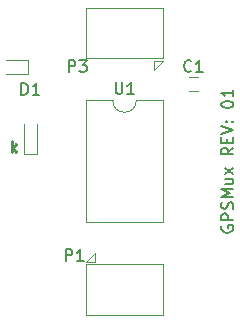
<source format=gbr>
G04 #@! TF.GenerationSoftware,KiCad,Pcbnew,(5.1.9)-1*
G04 #@! TF.CreationDate,2021-05-12T21:32:52+02:00*
G04 #@! TF.ProjectId,GPSMux,4750534d-7578-42e6-9b69-6361645f7063,01*
G04 #@! TF.SameCoordinates,Original*
G04 #@! TF.FileFunction,Legend,Top*
G04 #@! TF.FilePolarity,Positive*
%FSLAX46Y46*%
G04 Gerber Fmt 4.6, Leading zero omitted, Abs format (unit mm)*
G04 Created by KiCad (PCBNEW (5.1.9)-1) date 2021-05-12 21:32:52*
%MOMM*%
%LPD*%
G01*
G04 APERTURE LIST*
%ADD10C,0.250000*%
%ADD11C,0.150000*%
%ADD12C,0.120000*%
%ADD13C,0.100000*%
G04 APERTURE END LIST*
D10*
X123433333Y-52252380D02*
X123433333Y-51252380D01*
X123528571Y-51871428D02*
X123814285Y-52252380D01*
X123814285Y-51585714D02*
X123433333Y-51966666D01*
D11*
X141250000Y-58476190D02*
X141202380Y-58571428D01*
X141202380Y-58714285D01*
X141250000Y-58857142D01*
X141345238Y-58952380D01*
X141440476Y-59000000D01*
X141630952Y-59047619D01*
X141773809Y-59047619D01*
X141964285Y-59000000D01*
X142059523Y-58952380D01*
X142154761Y-58857142D01*
X142202380Y-58714285D01*
X142202380Y-58619047D01*
X142154761Y-58476190D01*
X142107142Y-58428571D01*
X141773809Y-58428571D01*
X141773809Y-58619047D01*
X142202380Y-58000000D02*
X141202380Y-58000000D01*
X141202380Y-57619047D01*
X141250000Y-57523809D01*
X141297619Y-57476190D01*
X141392857Y-57428571D01*
X141535714Y-57428571D01*
X141630952Y-57476190D01*
X141678571Y-57523809D01*
X141726190Y-57619047D01*
X141726190Y-58000000D01*
X142154761Y-57047619D02*
X142202380Y-56904761D01*
X142202380Y-56666666D01*
X142154761Y-56571428D01*
X142107142Y-56523809D01*
X142011904Y-56476190D01*
X141916666Y-56476190D01*
X141821428Y-56523809D01*
X141773809Y-56571428D01*
X141726190Y-56666666D01*
X141678571Y-56857142D01*
X141630952Y-56952380D01*
X141583333Y-57000000D01*
X141488095Y-57047619D01*
X141392857Y-57047619D01*
X141297619Y-57000000D01*
X141250000Y-56952380D01*
X141202380Y-56857142D01*
X141202380Y-56619047D01*
X141250000Y-56476190D01*
X142202380Y-56047619D02*
X141202380Y-56047619D01*
X141916666Y-55714285D01*
X141202380Y-55380952D01*
X142202380Y-55380952D01*
X141535714Y-54476190D02*
X142202380Y-54476190D01*
X141535714Y-54904761D02*
X142059523Y-54904761D01*
X142154761Y-54857142D01*
X142202380Y-54761904D01*
X142202380Y-54619047D01*
X142154761Y-54523809D01*
X142107142Y-54476190D01*
X142202380Y-54095238D02*
X141535714Y-53571428D01*
X141535714Y-54095238D02*
X142202380Y-53571428D01*
X142202380Y-51857142D02*
X141726190Y-52190476D01*
X142202380Y-52428571D02*
X141202380Y-52428571D01*
X141202380Y-52047619D01*
X141250000Y-51952380D01*
X141297619Y-51904761D01*
X141392857Y-51857142D01*
X141535714Y-51857142D01*
X141630952Y-51904761D01*
X141678571Y-51952380D01*
X141726190Y-52047619D01*
X141726190Y-52428571D01*
X141678571Y-51428571D02*
X141678571Y-51095238D01*
X142202380Y-50952380D02*
X142202380Y-51428571D01*
X141202380Y-51428571D01*
X141202380Y-50952380D01*
X141202380Y-50666666D02*
X142202380Y-50333333D01*
X141202380Y-50000000D01*
X142107142Y-49666666D02*
X142154761Y-49619047D01*
X142202380Y-49666666D01*
X142154761Y-49714285D01*
X142107142Y-49666666D01*
X142202380Y-49666666D01*
X141583333Y-49666666D02*
X141630952Y-49619047D01*
X141678571Y-49666666D01*
X141630952Y-49714285D01*
X141583333Y-49666666D01*
X141678571Y-49666666D01*
X141202380Y-48238095D02*
X141202380Y-48142857D01*
X141250000Y-48047619D01*
X141297619Y-48000000D01*
X141392857Y-47952380D01*
X141583333Y-47904761D01*
X141821428Y-47904761D01*
X142011904Y-47952380D01*
X142107142Y-48000000D01*
X142154761Y-48047619D01*
X142202380Y-48142857D01*
X142202380Y-48238095D01*
X142154761Y-48333333D01*
X142107142Y-48380952D01*
X142011904Y-48428571D01*
X141821428Y-48476190D01*
X141583333Y-48476190D01*
X141392857Y-48428571D01*
X141297619Y-48380952D01*
X141250000Y-48333333D01*
X141202380Y-48238095D01*
X142202380Y-46952380D02*
X142202380Y-47523809D01*
X142202380Y-47238095D02*
X141202380Y-47238095D01*
X141345238Y-47333333D01*
X141440476Y-47428571D01*
X141488095Y-47523809D01*
D12*
X124800000Y-44400000D02*
X123000000Y-44400000D01*
X124800000Y-45600000D02*
X124800000Y-44400000D01*
X123000000Y-45600000D02*
X124800000Y-45600000D01*
X138480000Y-45900000D02*
X139180000Y-45900000D01*
X139180000Y-47100000D02*
X138480000Y-47100000D01*
X132000000Y-47860000D02*
X129765000Y-47860000D01*
X129765000Y-47860000D02*
X129765000Y-58140000D01*
X129765000Y-58140000D02*
X136235000Y-58140000D01*
X136235000Y-58140000D02*
X136235000Y-47860000D01*
X136235000Y-47860000D02*
X134000000Y-47860000D01*
X134000000Y-47860000D02*
G75*
G02*
X132000000Y-47860000I-1000000J0D01*
G01*
X124450000Y-52430000D02*
X125550000Y-52430000D01*
X125550000Y-52430000D02*
X125550000Y-49830000D01*
X124450000Y-52430000D02*
X124450000Y-49830000D01*
D13*
X129750000Y-61750000D02*
X136250000Y-61750000D01*
X136250000Y-61750000D02*
X136250000Y-66000000D01*
X136250000Y-66000000D02*
X129750000Y-66000000D01*
X129750000Y-66000000D02*
X129750000Y-61750000D01*
X130500000Y-61500000D02*
X130500000Y-60750000D01*
X130500000Y-61500000D02*
X129750000Y-61500000D01*
X130500000Y-60750000D02*
X129750000Y-61500000D01*
X136250000Y-44250000D02*
X129750000Y-44250000D01*
X129750000Y-44250000D02*
X129750000Y-40000000D01*
X129750000Y-40000000D02*
X136250000Y-40000000D01*
X136250000Y-40000000D02*
X136250000Y-44250000D01*
X135500000Y-44500000D02*
X135500000Y-45250000D01*
X135500000Y-44500000D02*
X136250000Y-44500000D01*
X135500000Y-45250000D02*
X136250000Y-44500000D01*
D11*
X138663333Y-45357142D02*
X138615714Y-45404761D01*
X138472857Y-45452380D01*
X138377619Y-45452380D01*
X138234761Y-45404761D01*
X138139523Y-45309523D01*
X138091904Y-45214285D01*
X138044285Y-45023809D01*
X138044285Y-44880952D01*
X138091904Y-44690476D01*
X138139523Y-44595238D01*
X138234761Y-44500000D01*
X138377619Y-44452380D01*
X138472857Y-44452380D01*
X138615714Y-44500000D01*
X138663333Y-44547619D01*
X139615714Y-45452380D02*
X139044285Y-45452380D01*
X139330000Y-45452380D02*
X139330000Y-44452380D01*
X139234761Y-44595238D01*
X139139523Y-44690476D01*
X139044285Y-44738095D01*
X132238095Y-46312380D02*
X132238095Y-47121904D01*
X132285714Y-47217142D01*
X132333333Y-47264761D01*
X132428571Y-47312380D01*
X132619047Y-47312380D01*
X132714285Y-47264761D01*
X132761904Y-47217142D01*
X132809523Y-47121904D01*
X132809523Y-46312380D01*
X133809523Y-47312380D02*
X133238095Y-47312380D01*
X133523809Y-47312380D02*
X133523809Y-46312380D01*
X133428571Y-46455238D01*
X133333333Y-46550476D01*
X133238095Y-46598095D01*
X124261904Y-47382380D02*
X124261904Y-46382380D01*
X124500000Y-46382380D01*
X124642857Y-46430000D01*
X124738095Y-46525238D01*
X124785714Y-46620476D01*
X124833333Y-46810952D01*
X124833333Y-46953809D01*
X124785714Y-47144285D01*
X124738095Y-47239523D01*
X124642857Y-47334761D01*
X124500000Y-47382380D01*
X124261904Y-47382380D01*
X125785714Y-47382380D02*
X125214285Y-47382380D01*
X125500000Y-47382380D02*
X125500000Y-46382380D01*
X125404761Y-46525238D01*
X125309523Y-46620476D01*
X125214285Y-46668095D01*
X128011904Y-61452380D02*
X128011904Y-60452380D01*
X128392857Y-60452380D01*
X128488095Y-60500000D01*
X128535714Y-60547619D01*
X128583333Y-60642857D01*
X128583333Y-60785714D01*
X128535714Y-60880952D01*
X128488095Y-60928571D01*
X128392857Y-60976190D01*
X128011904Y-60976190D01*
X129535714Y-61452380D02*
X128964285Y-61452380D01*
X129250000Y-61452380D02*
X129250000Y-60452380D01*
X129154761Y-60595238D01*
X129059523Y-60690476D01*
X128964285Y-60738095D01*
X128261904Y-45452380D02*
X128261904Y-44452380D01*
X128642857Y-44452380D01*
X128738095Y-44500000D01*
X128785714Y-44547619D01*
X128833333Y-44642857D01*
X128833333Y-44785714D01*
X128785714Y-44880952D01*
X128738095Y-44928571D01*
X128642857Y-44976190D01*
X128261904Y-44976190D01*
X129166666Y-44452380D02*
X129785714Y-44452380D01*
X129452380Y-44833333D01*
X129595238Y-44833333D01*
X129690476Y-44880952D01*
X129738095Y-44928571D01*
X129785714Y-45023809D01*
X129785714Y-45261904D01*
X129738095Y-45357142D01*
X129690476Y-45404761D01*
X129595238Y-45452380D01*
X129309523Y-45452380D01*
X129214285Y-45404761D01*
X129166666Y-45357142D01*
M02*

</source>
